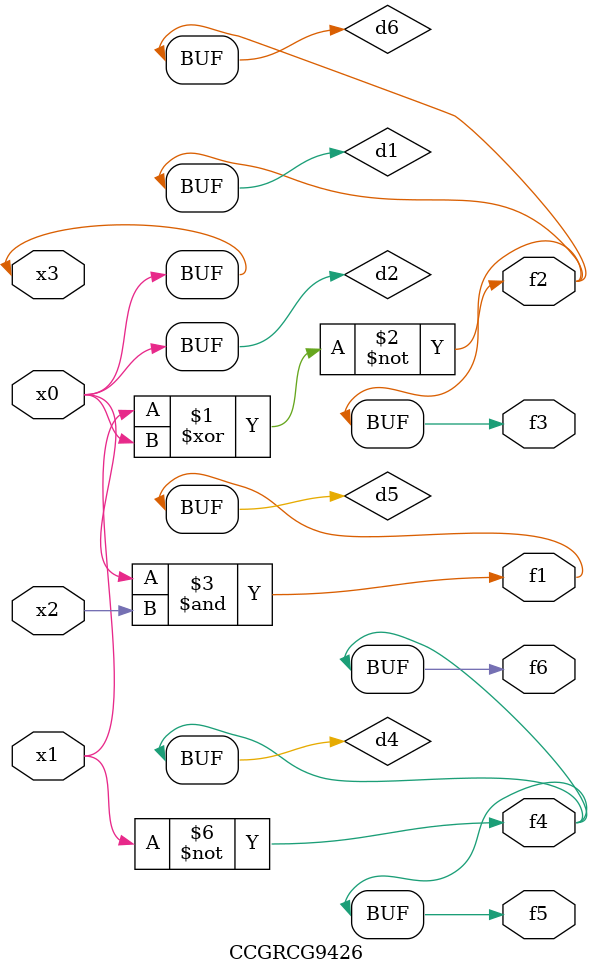
<source format=v>
module CCGRCG9426(
	input x0, x1, x2, x3,
	output f1, f2, f3, f4, f5, f6
);

	wire d1, d2, d3, d4, d5, d6;

	xnor (d1, x1, x3);
	buf (d2, x0, x3);
	nand (d3, x0, x2);
	not (d4, x1);
	nand (d5, d3);
	or (d6, d1);
	assign f1 = d5;
	assign f2 = d6;
	assign f3 = d6;
	assign f4 = d4;
	assign f5 = d4;
	assign f6 = d4;
endmodule

</source>
